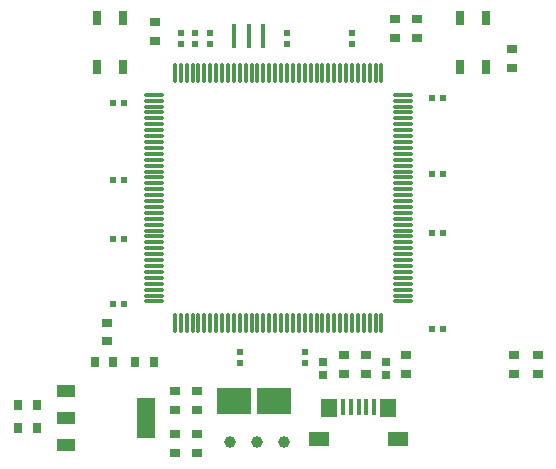
<source format=gtp>
G04*
G04 #@! TF.GenerationSoftware,Altium Limited,Altium Designer,22.0.2 (36)*
G04*
G04 Layer_Color=8421504*
%FSLAX24Y24*%
%MOIN*%
G70*
G04*
G04 #@! TF.SameCoordinates,06016280-F13D-4CBB-A560-E963B2B94CB3*
G04*
G04*
G04 #@! TF.FilePolarity,Positive*
G04*
G01*
G75*
%ADD10R,0.0378X0.0315*%
G04:AMPARAMS|DCode=11|XSize=21.7mil|YSize=19.7mil|CornerRadius=2.5mil|HoleSize=0mil|Usage=FLASHONLY|Rotation=270.000|XOffset=0mil|YOffset=0mil|HoleType=Round|Shape=RoundedRectangle|*
%AMROUNDEDRECTD11*
21,1,0.0217,0.0148,0,0,270.0*
21,1,0.0167,0.0197,0,0,270.0*
1,1,0.0049,-0.0074,-0.0084*
1,1,0.0049,-0.0074,0.0084*
1,1,0.0049,0.0074,0.0084*
1,1,0.0049,0.0074,-0.0084*
%
%ADD11ROUNDEDRECTD11*%
%ADD12R,0.0256X0.0472*%
%ADD13R,0.0315X0.0378*%
%ADD14R,0.0610X0.1358*%
%ADD15R,0.0610X0.0433*%
%ADD16R,0.0610X0.0433*%
G04:AMPARAMS|DCode=17|XSize=21.7mil|YSize=19.7mil|CornerRadius=2.5mil|HoleSize=0mil|Usage=FLASHONLY|Rotation=0.000|XOffset=0mil|YOffset=0mil|HoleType=Round|Shape=RoundedRectangle|*
%AMROUNDEDRECTD17*
21,1,0.0217,0.0148,0,0,0.0*
21,1,0.0167,0.0197,0,0,0.0*
1,1,0.0049,0.0084,-0.0074*
1,1,0.0049,-0.0084,-0.0074*
1,1,0.0049,-0.0084,0.0074*
1,1,0.0049,0.0084,0.0074*
%
%ADD17ROUNDEDRECTD17*%
%ADD18O,0.0118X0.0709*%
%ADD19O,0.0709X0.0118*%
%ADD20C,0.0394*%
%ADD21R,0.0157X0.0827*%
%ADD22R,0.0177X0.0543*%
%ADD23R,0.0561X0.0610*%
%ADD24R,0.0650X0.0512*%
%ADD25R,0.0256X0.0276*%
%ADD26R,0.1122X0.0886*%
D10*
X3900Y-1211D02*
D03*
Y-589D02*
D03*
X4639Y-1211D02*
D03*
Y-589D02*
D03*
X7850Y-11789D02*
D03*
Y-12411D02*
D03*
X8650Y-11789D02*
D03*
Y-12411D02*
D03*
X7810Y-1579D02*
D03*
Y-2201D02*
D03*
X-2700Y-14428D02*
D03*
Y-15050D02*
D03*
X-3450Y-14428D02*
D03*
Y-15050D02*
D03*
X-5700Y-10700D02*
D03*
Y-11322D02*
D03*
X-4100Y-1311D02*
D03*
Y-689D02*
D03*
X4266Y-12412D02*
D03*
Y-11790D02*
D03*
X-2700Y-12989D02*
D03*
Y-13611D02*
D03*
X-3439D02*
D03*
Y-12989D02*
D03*
X2180Y-11790D02*
D03*
Y-12412D02*
D03*
X2930Y-11790D02*
D03*
Y-12412D02*
D03*
D11*
X5137Y-3203D02*
D03*
X5492D02*
D03*
Y-10900D02*
D03*
X5137D02*
D03*
X-5492Y-3370D02*
D03*
X-5137D02*
D03*
X-5492Y-10093D02*
D03*
X-5137D02*
D03*
X-5492Y-7930D02*
D03*
X-5137D02*
D03*
X-5492Y-5960D02*
D03*
X-5137D02*
D03*
X5492Y-7730D02*
D03*
X5137D02*
D03*
X5492Y-5760D02*
D03*
X5137D02*
D03*
D12*
X6077Y-2167D02*
D03*
X6923D02*
D03*
Y-533D02*
D03*
X6077D02*
D03*
X-6023D02*
D03*
X-5177D02*
D03*
Y-2167D02*
D03*
X-6023D02*
D03*
D13*
X-4139Y-12030D02*
D03*
X-4761D02*
D03*
X-5489D02*
D03*
X-6111D02*
D03*
X-8050Y-14200D02*
D03*
X-8672D02*
D03*
X-8050Y-13461D02*
D03*
X-8672D02*
D03*
D14*
X-4401Y-13877D02*
D03*
D15*
X-7059Y-14782D02*
D03*
Y-13877D02*
D03*
D16*
X-7059Y-12971D02*
D03*
D17*
X-2282Y-1058D02*
D03*
Y-1413D02*
D03*
X-2756Y-1058D02*
D03*
Y-1413D02*
D03*
X-3231Y-1058D02*
D03*
Y-1413D02*
D03*
X886Y-12042D02*
D03*
Y-11687D02*
D03*
X-1280Y-12042D02*
D03*
Y-11687D02*
D03*
X2461Y-1058D02*
D03*
Y-1413D02*
D03*
X295Y-1058D02*
D03*
Y-1413D02*
D03*
D18*
X3445Y-2396D02*
D03*
X3248D02*
D03*
X3051D02*
D03*
X2854D02*
D03*
X2657D02*
D03*
X2461D02*
D03*
X2264D02*
D03*
X2067D02*
D03*
X1870D02*
D03*
X1673D02*
D03*
X1476D02*
D03*
X1280D02*
D03*
X1083D02*
D03*
X886D02*
D03*
X689D02*
D03*
X492D02*
D03*
X295D02*
D03*
X98D02*
D03*
X-98D02*
D03*
X-295D02*
D03*
X-492D02*
D03*
X-689D02*
D03*
X-886D02*
D03*
X-1083D02*
D03*
X-1280D02*
D03*
X-1476D02*
D03*
X-1673D02*
D03*
X-1870D02*
D03*
X-2067D02*
D03*
X-2264D02*
D03*
X-2461D02*
D03*
X-2657D02*
D03*
X-2854D02*
D03*
X-3051D02*
D03*
X-3248D02*
D03*
X-3445D02*
D03*
Y-10704D02*
D03*
X-3248D02*
D03*
X-3051D02*
D03*
X-2854D02*
D03*
X-2657D02*
D03*
X-2461D02*
D03*
X-2264D02*
D03*
X-2067D02*
D03*
X-1870D02*
D03*
X-1673D02*
D03*
X-1476D02*
D03*
X-1280D02*
D03*
X-1083D02*
D03*
X-886D02*
D03*
X-689D02*
D03*
X-492D02*
D03*
X-295D02*
D03*
X-98D02*
D03*
X98D02*
D03*
X295D02*
D03*
X492D02*
D03*
X689D02*
D03*
X886D02*
D03*
X1083D02*
D03*
X1280D02*
D03*
X1476D02*
D03*
X1673D02*
D03*
X1870D02*
D03*
X2067D02*
D03*
X2264D02*
D03*
X2461D02*
D03*
X2657D02*
D03*
X2854D02*
D03*
X3051D02*
D03*
X3248D02*
D03*
X3445D02*
D03*
D19*
X-4154Y-3105D02*
D03*
Y-3302D02*
D03*
Y-3499D02*
D03*
Y-3696D02*
D03*
Y-3893D02*
D03*
Y-4089D02*
D03*
Y-4286D02*
D03*
Y-4483D02*
D03*
Y-4680D02*
D03*
Y-4877D02*
D03*
Y-5074D02*
D03*
Y-5270D02*
D03*
Y-5467D02*
D03*
Y-5664D02*
D03*
Y-5861D02*
D03*
Y-6058D02*
D03*
Y-6255D02*
D03*
Y-6452D02*
D03*
Y-6648D02*
D03*
Y-6845D02*
D03*
Y-7042D02*
D03*
Y-7239D02*
D03*
Y-7436D02*
D03*
Y-7633D02*
D03*
Y-7830D02*
D03*
Y-8026D02*
D03*
Y-8223D02*
D03*
Y-8420D02*
D03*
Y-8617D02*
D03*
Y-8814D02*
D03*
Y-9011D02*
D03*
Y-9207D02*
D03*
Y-9404D02*
D03*
Y-9601D02*
D03*
Y-9798D02*
D03*
Y-9995D02*
D03*
X4154D02*
D03*
Y-9798D02*
D03*
Y-9601D02*
D03*
Y-9404D02*
D03*
Y-9207D02*
D03*
Y-9011D02*
D03*
Y-8814D02*
D03*
Y-8617D02*
D03*
Y-8420D02*
D03*
Y-8223D02*
D03*
Y-8026D02*
D03*
Y-7830D02*
D03*
Y-7633D02*
D03*
Y-7436D02*
D03*
Y-7239D02*
D03*
Y-7042D02*
D03*
Y-6845D02*
D03*
Y-6648D02*
D03*
Y-6452D02*
D03*
Y-6255D02*
D03*
Y-6058D02*
D03*
Y-5861D02*
D03*
Y-5664D02*
D03*
Y-5467D02*
D03*
Y-5270D02*
D03*
Y-5074D02*
D03*
Y-4877D02*
D03*
Y-4680D02*
D03*
Y-4483D02*
D03*
Y-4286D02*
D03*
Y-4089D02*
D03*
Y-3893D02*
D03*
Y-3696D02*
D03*
Y-3499D02*
D03*
Y-3302D02*
D03*
Y-3105D02*
D03*
D20*
X-1600Y-14677D02*
D03*
X-700D02*
D03*
X200D02*
D03*
D21*
X-513Y-1157D02*
D03*
X-985D02*
D03*
X-1457D02*
D03*
D22*
X2168Y-13525D02*
D03*
X2424D02*
D03*
X2680D02*
D03*
X2936D02*
D03*
X3192D02*
D03*
D23*
X1701Y-13558D02*
D03*
X3659D02*
D03*
D24*
X1351Y-14572D02*
D03*
X4009D02*
D03*
D25*
X3600Y-12454D02*
D03*
Y-12021D02*
D03*
X1500Y-12454D02*
D03*
Y-12021D02*
D03*
D26*
X-1469Y-13323D02*
D03*
X-150D02*
D03*
M02*

</source>
